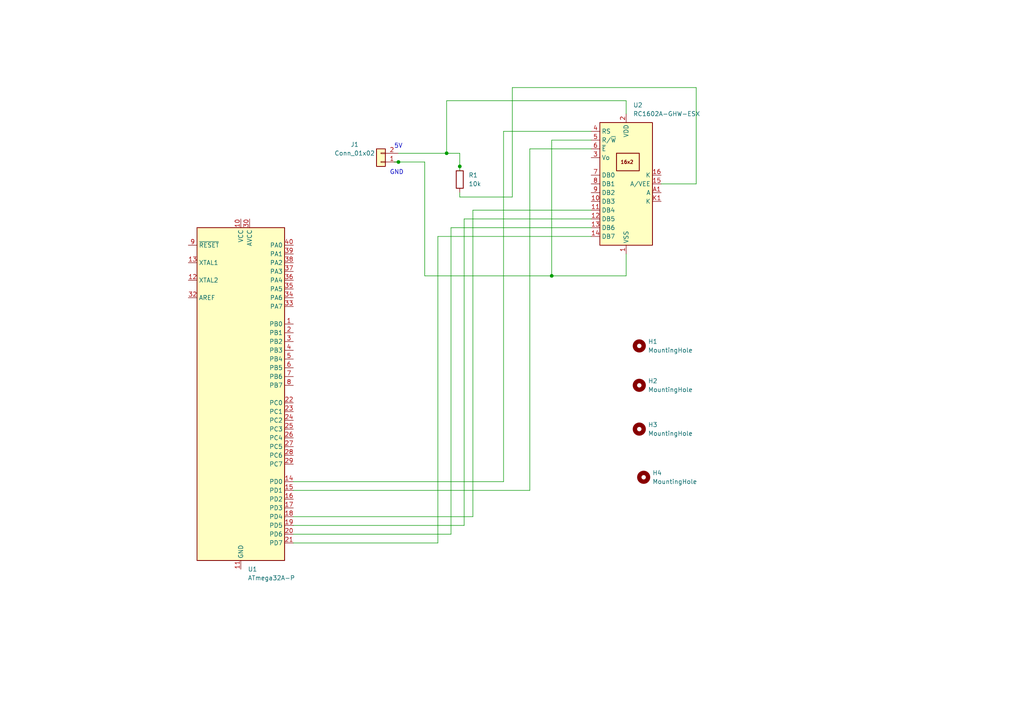
<source format=kicad_sch>
(kicad_sch (version 20211123) (generator eeschema)
  (paper "A4")
  (lib_symbols
    (symbol "Connector_Generic:Conn_01x02" (pin_names (offset 1.016) hide)
      (property "Reference" "J" (at 0 2.54 0))
      (property "Value" "Conn_01x02" (at 0 -5.08 0))
      (symbol "Conn_01x02_1_1"
        (rectangle (start -1.27 -2.413) (end 0 -2.667) (stroke (width 0.1524)))
        (rectangle (start -1.27 0.127) (end 0 -0.127) (stroke (width 0.1524)))
        (rectangle (start -1.27 1.27) (end 1.27 -3.81) (stroke (width 0.254)) (fill (type background)))
        (pin passive line (at -5.08 0 0) (length 3.81) (name "Pin_1") (number "1"))
        (pin passive line (at -5.08 -2.54 0) (length 3.81) (name "Pin_2") (number "2"))
      )
    )
    (symbol "Device:R" (pin_numbers hide) (pin_names (offset 0))
      (property "Reference" "R" (at 2.032 0 90))
      (property "Value" "R" (at 0 0 90))
      (symbol "R_0_1"
        (rectangle (start -1.016 -2.54) (end 1.016 2.54) (stroke (width 0.254)))
      )
      (symbol "R_1_1"
        (pin passive line (at 0 3.81 270) (length 1.27) (name "~") (number "1"))
        (pin passive line (at 0 -3.81 90) (length 1.27) (name "~") (number "2"))
      )
    )
    (symbol "Display_Character:RC1602A-GHW-ESX"
      (property "Reference" "U" (at -5.842 19.05 0))
      (property "Value" "RC1602A-GHW-ESX" (at 3.81 19.05 0))
      (symbol "RC1602A-GHW-ESX_0_0"
        (rectangle (start -2.794 8.89) (end 3.81 3.81) (stroke (width 0.254)) (fill (type background)))
        (text "16x2" (at 0.254 6.35 0) (effects (font (size 0.9906 0.9906) bold)))
      )
      (symbol "RC1602A-GHW-ESX_0_1"
        (rectangle (start -7.62 17.78) (end 7.62 -17.78) (stroke (width 0.254)) (fill (type background)))
      )
      (symbol "RC1602A-GHW-ESX_1_1"
        (pin power_in line (at 0 -20.32 90) (length 2.54) (name "VSS") (number "1"))
        (pin bidirectional line (at -10.16 -5.08 0) (length 2.54) (name "DB3") (number "10"))
        (pin bidirectional line (at -10.16 -7.62 0) (length 2.54) (name "DB4") (number "11"))
        (pin bidirectional line (at -10.16 -10.16 0) (length 2.54) (name "DB5") (number "12"))
        (pin bidirectional line (at -10.16 -12.7 0) (length 2.54) (name "DB6") (number "13"))
        (pin bidirectional line (at -10.16 -15.24 0) (length 2.54) (name "DB7") (number "14"))
        (pin passive line (at 10.16 0 180) (length 2.54) (name "A/VEE") (number "15"))
        (pin passive line (at 10.16 2.54 180) (length 2.54) (name "K") (number "16"))
        (pin power_in line (at 0 20.32 270) (length 2.54) (name "VDD") (number "2"))
        (pin input line (at -10.16 7.62 0) (length 2.54) (name "Vo") (number "3"))
        (pin input line (at -10.16 15.24 0) (length 2.54) (name "RS") (number "4"))
        (pin input line (at -10.16 12.7 0) (length 2.54) (name "R/~{W}") (number "5"))
        (pin input line (at -10.16 10.16 0) (length 2.54) (name "~{E}") (number "6"))
        (pin bidirectional line (at -10.16 2.54 0) (length 2.54) (name "DB0") (number "7"))
        (pin bidirectional line (at -10.16 0 0) (length 2.54) (name "DB1") (number "8"))
        (pin bidirectional line (at -10.16 -2.54 0) (length 2.54) (name "DB2") (number "9"))
        (pin passive line (at 10.16 -2.54 180) (length 2.54) (name "A") (number "A1"))
        (pin passive line (at 10.16 -5.08 180) (length 2.54) (name "K") (number "K1"))
      )
    )
    (symbol "MCU_Microchip_ATmega:ATmega32A-P"
      (property "Reference" "U" (at -12.7 49.53 0))
      (property "Value" "ATmega32A-P" (at 2.54 -49.53 0))
      (symbol "ATmega32A-P_0_1"
        (rectangle (start -12.7 -48.26) (end 12.7 48.26) (stroke (width 0.254)) (fill (type background)))
      )
      (symbol "ATmega32A-P_1_1"
        (pin bidirectional line (at 15.24 20.32 180) (length 2.54) (name "PB0") (number "1"))
        (pin power_in line (at 0 50.8 270) (length 2.54) (name "VCC") (number "10"))
        (pin power_in line (at 0 -50.8 90) (length 2.54) (name "GND") (number "11"))
        (pin output line (at -15.24 33.02 0) (length 2.54) (name "XTAL2") (number "12"))
        (pin input line (at -15.24 38.1 0) (length 2.54) (name "XTAL1") (number "13"))
        (pin bidirectional line (at 15.24 -25.4 180) (length 2.54) (name "PD0") (number "14"))
        (pin bidirectional line (at 15.24 -27.94 180) (length 2.54) (name "PD1") (number "15"))
        (pin bidirectional line (at 15.24 -30.48 180) (length 2.54) (name "PD2") (number "16"))
        (pin bidirectional line (at 15.24 -33.02 180) (length 2.54) (name "PD3") (number "17"))
        (pin bidirectional line (at 15.24 -35.56 180) (length 2.54) (name "PD4") (number "18"))
        (pin bidirectional line (at 15.24 -38.1 180) (length 2.54) (name "PD5") (number "19"))
        (pin bidirectional line (at 15.24 17.78 180) (length 2.54) (name "PB1") (number "2"))
        (pin bidirectional line (at 15.24 -40.64 180) (length 2.54) (name "PD6") (number "20"))
        (pin bidirectional line (at 15.24 -43.18 180) (length 2.54) (name "PD7") (number "21"))
        (pin bidirectional line (at 15.24 -2.54 180) (length 2.54) (name "PC0") (number "22"))
        (pin bidirectional line (at 15.24 -5.08 180) (length 2.54) (name "PC1") (number "23"))
        (pin bidirectional line (at 15.24 -7.62 180) (length 2.54) (name "PC2") (number "24"))
        (pin bidirectional line (at 15.24 -10.16 180) (length 2.54) (name "PC3") (number "25"))
        (pin bidirectional line (at 15.24 -12.7 180) (length 2.54) (name "PC4") (number "26"))
        (pin bidirectional line (at 15.24 -15.24 180) (length 2.54) (name "PC5") (number "27"))
        (pin bidirectional line (at 15.24 -17.78 180) (length 2.54) (name "PC6") (number "28"))
        (pin bidirectional line (at 15.24 -20.32 180) (length 2.54) (name "PC7") (number "29"))
        (pin bidirectional line (at 15.24 15.24 180) (length 2.54) (name "PB2") (number "3"))
        (pin power_in line (at 2.54 50.8 270) (length 2.54) (name "AVCC") (number "30"))
        (pin passive line (at 0 -50.8 90) (length 2.54) hide (name "GND") (number "31"))
        (pin passive line (at -15.24 27.94 0) (length 2.54) (name "AREF") (number "32"))
        (pin bidirectional line (at 15.24 25.4 180) (length 2.54) (name "PA7") (number "33"))
        (pin bidirectional line (at 15.24 27.94 180) (length 2.54) (name "PA6") (number "34"))
        (pin bidirectional line (at 15.24 30.48 180) (length 2.54) (name "PA5") (number "35"))
        (pin bidirectional line (at 15.24 33.02 180) (length 2.54) (name "PA4") (number "36"))
        (pin bidirectional line (at 15.24 35.56 180) (length 2.54) (name "PA3") (number "37"))
        (pin bidirectional line (at 15.24 38.1 180) (length 2.54) (name "PA2") (number "38"))
        (pin bidirectional line (at 15.24 40.64 180) (length 2.54) (name "PA1") (number "39"))
        (pin bidirectional line (at 15.24 12.7 180) (length 2.54) (name "PB3") (number "4"))
        (pin bidirectional line (at 15.24 43.18 180) (length 2.54) (name "PA0") (number "40"))
        (pin bidirectional line (at 15.24 10.16 180) (length 2.54) (name "PB4") (number "5"))
        (pin bidirectional line (at 15.24 7.62 180) (length 2.54) (name "PB5") (number "6"))
        (pin bidirectional line (at 15.24 5.08 180) (length 2.54) (name "PB6") (number "7"))
        (pin bidirectional line (at 15.24 2.54 180) (length 2.54) (name "PB7") (number "8"))
        (pin input line (at -15.24 43.18 0) (length 2.54) (name "~{RESET}") (number "9"))
      )
    )
    (symbol "Mechanical:MountingHole" (pin_names (offset 1.016))
      (property "Reference" "H" (at 0 5.08 0))
      (property "Value" "MountingHole" (at 0 3.175 0))
      (symbol "MountingHole_0_1"
        (circle (center 0 0) (radius 1.27) (stroke (width 1.27)))
      )
    )
  )
  (junction (at 115.57 46.99))
  (junction (at 160.02 80.01))
  (junction (at 133.35 48.26))
  (junction (at 129.54 44.45))
  (wire (pts (xy 181.61 80.01) (xy 181.61 73.66)))
  (wire (pts (xy 85.09 139.7) (xy 146.05 139.7)))
  (wire (pts (xy 137.16 60.96) (xy 137.16 149.86)))
  (wire (pts (xy 85.09 157.48) (xy 127 157.48)))
  (wire (pts (xy 146.05 38.1) (xy 171.45 38.1)))
  (wire (pts (xy 85.09 154.94) (xy 130.81 154.94)))
  (wire (pts (xy 123.19 46.99) (xy 123.19 80.01)))
  (wire (pts (xy 130.81 66.04) (xy 171.45 66.04)))
  (wire (pts (xy 181.61 29.21) (xy 129.54 29.21)))
  (wire (pts (xy 201.93 25.4) (xy 201.93 53.34)))
  (wire (pts (xy 130.81 66.04) (xy 130.81 154.94)))
  (wire (pts (xy 114.3 46.99) (xy 115.57 46.99)))
  (wire (pts (xy 133.35 55.88) (xy 133.35 57.15)))
  (wire (pts (xy 171.45 40.64) (xy 160.02 40.64)))
  (wire (pts (xy 148.59 25.4) (xy 201.93 25.4)))
  (wire (pts (xy 148.59 25.4) (xy 148.59 57.15)))
  (wire (pts (xy 153.67 43.18) (xy 171.45 43.18)))
  (wire (pts (xy 134.62 63.5) (xy 134.62 152.4)))
  (wire (pts (xy 134.62 63.5) (xy 171.45 63.5)))
  (wire (pts (xy 133.35 44.45) (xy 133.35 48.26)))
  (wire (pts (xy 160.02 80.01) (xy 181.61 80.01)))
  (wire (pts (xy 146.05 38.1) (xy 146.05 139.7)))
  (wire (pts (xy 85.09 152.4) (xy 134.62 152.4)))
  (wire (pts (xy 127 68.58) (xy 171.45 68.58)))
  (wire (pts (xy 123.19 80.01) (xy 160.02 80.01)))
  (wire (pts (xy 129.54 29.21) (xy 129.54 44.45)))
  (wire (pts (xy 127 68.58) (xy 127 157.48)))
  (wire (pts (xy 115.57 44.45) (xy 129.54 44.45)))
  (wire (pts (xy 129.54 44.45) (xy 133.35 44.45)))
  (wire (pts (xy 137.16 60.96) (xy 171.45 60.96)))
  (wire (pts (xy 115.57 46.99) (xy 123.19 46.99)))
  (wire (pts (xy 191.77 53.34) (xy 201.93 53.34)))
  (wire (pts (xy 181.61 33.02) (xy 181.61 29.21)))
  (wire (pts (xy 85.09 142.24) (xy 153.67 142.24)))
  (wire (pts (xy 153.67 142.24) (xy 153.67 43.18)))
  (wire (pts (xy 160.02 40.64) (xy 160.02 80.01)))
  (wire (pts (xy 85.09 149.86) (xy 137.16 149.86)))
  (wire (pts (xy 133.35 48.26) (xy 133.35 49.53)))
  (wire (pts (xy 133.35 57.15) (xy 148.59 57.15)))
  (text "GND" (at 113.03 50.8 0) (effects (font (size 1.27 1.27)) (justify left bottom)))
  (text "5V" (at 114.3 43.18 0) (effects (font (size 1.27 1.27)) (justify left bottom)))
  (symbol (lib_id "Mechanical:MountingHole") (at 186.69 138.43 0) (unit 1)
    (property "Reference" "H4" (at 189.23 137.1599 0) (effects (justify left)))
    (property "Value" "MountingHole" (at 189.23 139.6999 0) (effects (justify left)))
    (property "Footprint" "MountingHole:MountingHole_4.5mm" (effects hide))
  )
  (symbol (lib_id "Connector_Generic:Conn_01x02") (at 110.49 46.99 180) (unit 1)
    (property "Reference" "J1" (at 102.87 41.91 0))
    (property "Value" "Conn_01x02" (at 102.87 44.45 0))
    (property "Footprint" "Connector_PinHeader_2.54mm:PinHeader_1x02_P2.54mm_Horizontal" (effects hide))
  )
  (symbol (lib_id "MCU_Microchip_ATmega:ATmega32A-P") (at 69.85 114.3 0) (unit 1)
    (property "Reference" "U1" (at 71.8694 165.1 0) (effects (justify left)))
    (property "Value" "ATmega32A-P" (at 71.8694 167.64 0) (effects (justify left)))
    (property "Footprint" "Package_DIP:DIP-40_W15.24mm" (effects hide))
    (property "Datasheet" "http://ww1.microchip.com/downloads/en/DeviceDoc/atmel-8155-8-bit-microcontroller-avr-atmega32a_datasheet.pdf" (effects hide))
  )
  (symbol (lib_id "Device:R") (at 133.35 52.07 0) (unit 1)
    (property "Reference" "R1" (at 135.89 50.7999 0) (effects (justify left)))
    (property "Value" "10k" (at 135.89 53.3399 0) (effects (justify left)))
    (property "Footprint" "Resistor_THT:R_Axial_DIN0207_L6.3mm_D2.5mm_P15.24mm_Horizontal" (effects hide))
  )
  (symbol (lib_id "Mechanical:MountingHole") (at 185.42 124.46 0) (unit 1)
    (property "Reference" "H3" (at 187.96 123.1899 0) (effects (justify left)))
    (property "Value" "MountingHole" (at 187.96 125.7299 0) (effects (justify left)))
    (property "Footprint" "MountingHole:MountingHole_4.5mm" (effects hide))
  )
  (symbol (lib_id "Mechanical:MountingHole") (at 185.42 100.33 0) (unit 1)
    (property "Reference" "H1" (at 187.96 99.0599 0) (effects (justify left)))
    (property "Value" "MountingHole" (at 187.96 101.5999 0) (effects (justify left)))
    (property "Footprint" "MountingHole:MountingHole_4.5mm" (effects hide))
  )
  (symbol (lib_id "Display_Character:RC1602A-GHW-ESX") (at 181.61 53.34 0) (unit 1)
    (property "Reference" "U2" (at 183.6294 30.48 0) (effects (justify left)))
    (property "Value" "RC1602A-GHW-ESX" (at 183.6294 33.02 0) (effects (justify left)))
    (property "Footprint" "Display:RC1602A" (effects hide))
    (property "Datasheet" "http://www.raystar-optronics.com/down.php?ProID=18" (effects hide))
  )
  (symbol (lib_id "Mechanical:MountingHole") (at 185.42 111.76 0) (unit 1)
    (property "Reference" "H2" (at 187.96 110.4899 0) (effects (justify left)))
    (property "Value" "MountingHole" (at 187.96 113.0299 0) (effects (justify left)))
    (property "Footprint" "MountingHole:MountingHole_4.5mm" (effects hide))
  )
)
</source>
